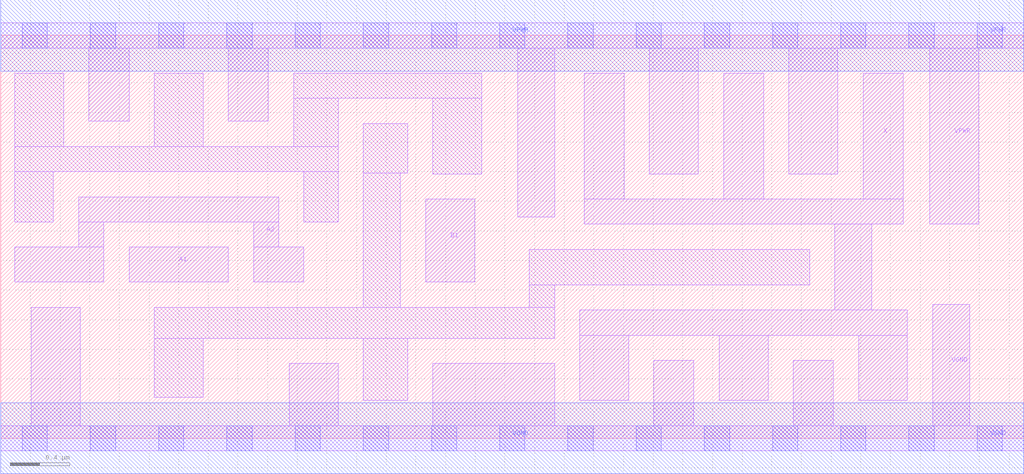
<source format=lef>
# Copyright 2020 The SkyWater PDK Authors
#
# Licensed under the Apache License, Version 2.0 (the "License");
# you may not use this file except in compliance with the License.
# You may obtain a copy of the License at
#
#     https://www.apache.org/licenses/LICENSE-2.0
#
# Unless required by applicable law or agreed to in writing, software
# distributed under the License is distributed on an "AS IS" BASIS,
# WITHOUT WARRANTIES OR CONDITIONS OF ANY KIND, either express or implied.
# See the License for the specific language governing permissions and
# limitations under the License.
#
# SPDX-License-Identifier: Apache-2.0

VERSION 5.7 ;
  NAMESCASESENSITIVE ON ;
  NOWIREEXTENSIONATPIN ON ;
  DIVIDERCHAR "/" ;
  BUSBITCHARS "[]" ;
UNITS
  DATABASE MICRONS 200 ;
END UNITS
PROPERTYDEFINITIONS
  MACRO maskLayoutSubType STRING ;
  MACRO prCellType STRING ;
  MACRO originalViewName STRING ;
END PROPERTYDEFINITIONS
MACRO sky130_fd_sc_hdll__a21o_6
  CLASS CORE ;
  FOREIGN sky130_fd_sc_hdll__a21o_6 ;
  ORIGIN  0.000000  0.000000 ;
  SIZE  6.900000 BY  2.720000 ;
  SYMMETRY X Y R90 ;
  SITE unithd ;
  PIN A1
    ANTENNAGATEAREA  0.555000 ;
    DIRECTION INPUT ;
    USE SIGNAL ;
    PORT
      LAYER li1 ;
        RECT 0.865000 1.055000 1.535000 1.290000 ;
    END
  END A1
  PIN A2
    ANTENNAGATEAREA  0.555000 ;
    DIRECTION INPUT ;
    USE SIGNAL ;
    PORT
      LAYER li1 ;
        RECT 0.095000 1.055000 0.695000 1.290000 ;
        RECT 0.525000 1.290000 0.695000 1.460000 ;
        RECT 0.525000 1.460000 1.875000 1.630000 ;
        RECT 1.705000 1.055000 2.045000 1.290000 ;
        RECT 1.705000 1.290000 1.875000 1.460000 ;
    END
  END A2
  PIN B1
    ANTENNAGATEAREA  0.555000 ;
    DIRECTION INPUT ;
    USE SIGNAL ;
    PORT
      LAYER li1 ;
        RECT 2.865000 1.055000 3.195000 1.615000 ;
    END
  END B1
  PIN VGND
    ANTENNADIFFAREA  1.690000 ;
    DIRECTION INOUT ;
    USE SIGNAL ;
    PORT
      LAYER li1 ;
        RECT 0.000000 -0.085000 6.900000 0.085000 ;
        RECT 0.205000  0.085000 0.535000 0.885000 ;
        RECT 1.945000  0.085000 2.275000 0.505000 ;
        RECT 2.915000  0.085000 3.735000 0.505000 ;
        RECT 4.405000  0.085000 4.675000 0.525000 ;
        RECT 5.345000  0.085000 5.615000 0.525000 ;
        RECT 6.285000  0.085000 6.535000 0.905000 ;
      LAYER mcon ;
        RECT 0.145000 -0.085000 0.315000 0.085000 ;
        RECT 0.605000 -0.085000 0.775000 0.085000 ;
        RECT 1.065000 -0.085000 1.235000 0.085000 ;
        RECT 1.525000 -0.085000 1.695000 0.085000 ;
        RECT 1.985000 -0.085000 2.155000 0.085000 ;
        RECT 2.445000 -0.085000 2.615000 0.085000 ;
        RECT 2.905000 -0.085000 3.075000 0.085000 ;
        RECT 3.365000 -0.085000 3.535000 0.085000 ;
        RECT 3.825000 -0.085000 3.995000 0.085000 ;
        RECT 4.285000 -0.085000 4.455000 0.085000 ;
        RECT 4.745000 -0.085000 4.915000 0.085000 ;
        RECT 5.205000 -0.085000 5.375000 0.085000 ;
        RECT 5.665000 -0.085000 5.835000 0.085000 ;
        RECT 6.125000 -0.085000 6.295000 0.085000 ;
        RECT 6.585000 -0.085000 6.755000 0.085000 ;
      LAYER met1 ;
        RECT 0.000000 -0.240000 6.900000 0.240000 ;
    END
  END VGND
  PIN VPWR
    ANTENNADIFFAREA  1.700000 ;
    DIRECTION INOUT ;
    USE SIGNAL ;
    PORT
      LAYER li1 ;
        RECT 0.000000 2.635000 6.900000 2.805000 ;
        RECT 0.595000 2.140000 0.865000 2.635000 ;
        RECT 1.535000 2.140000 1.805000 2.635000 ;
        RECT 3.485000 1.495000 3.735000 2.635000 ;
        RECT 4.375000 1.785000 4.705000 2.635000 ;
        RECT 5.315000 1.785000 5.645000 2.635000 ;
        RECT 6.265000 1.445000 6.595000 2.635000 ;
      LAYER mcon ;
        RECT 0.145000 2.635000 0.315000 2.805000 ;
        RECT 0.605000 2.635000 0.775000 2.805000 ;
        RECT 1.065000 2.635000 1.235000 2.805000 ;
        RECT 1.525000 2.635000 1.695000 2.805000 ;
        RECT 1.985000 2.635000 2.155000 2.805000 ;
        RECT 2.445000 2.635000 2.615000 2.805000 ;
        RECT 2.905000 2.635000 3.075000 2.805000 ;
        RECT 3.365000 2.635000 3.535000 2.805000 ;
        RECT 3.825000 2.635000 3.995000 2.805000 ;
        RECT 4.285000 2.635000 4.455000 2.805000 ;
        RECT 4.745000 2.635000 4.915000 2.805000 ;
        RECT 5.205000 2.635000 5.375000 2.805000 ;
        RECT 5.665000 2.635000 5.835000 2.805000 ;
        RECT 6.125000 2.635000 6.295000 2.805000 ;
        RECT 6.585000 2.635000 6.755000 2.805000 ;
      LAYER met1 ;
        RECT 0.000000 2.480000 6.900000 2.960000 ;
    END
  END VPWR
  PIN X
    ANTENNADIFFAREA  1.396500 ;
    DIRECTION OUTPUT ;
    USE SIGNAL ;
    PORT
      LAYER li1 ;
        RECT 3.905000 0.255000 4.235000 0.695000 ;
        RECT 3.905000 0.695000 6.115000 0.865000 ;
        RECT 3.935000 1.445000 6.085000 1.615000 ;
        RECT 3.935000 1.615000 4.205000 2.465000 ;
        RECT 4.845000 0.255000 5.175000 0.695000 ;
        RECT 4.875000 1.615000 5.145000 2.465000 ;
        RECT 5.625000 0.865000 5.875000 1.445000 ;
        RECT 5.785000 0.255000 6.115000 0.695000 ;
        RECT 5.815000 1.615000 6.085000 2.465000 ;
    END
  END X
  OBS
    LAYER li1 ;
      RECT 0.095000 1.460000 0.355000 1.800000 ;
      RECT 0.095000 1.800000 2.275000 1.970000 ;
      RECT 0.095000 1.970000 0.425000 2.465000 ;
      RECT 1.035000 0.275000 1.365000 0.675000 ;
      RECT 1.035000 0.675000 3.735000 0.885000 ;
      RECT 1.035000 1.970000 1.365000 2.465000 ;
      RECT 1.975000 1.970000 2.275000 2.295000 ;
      RECT 1.975000 2.295000 3.245000 2.465000 ;
      RECT 2.045000 1.460000 2.275000 1.800000 ;
      RECT 2.445000 0.255000 2.745000 0.675000 ;
      RECT 2.445000 0.885000 2.695000 1.790000 ;
      RECT 2.445000 1.790000 2.745000 2.125000 ;
      RECT 2.915000 1.785000 3.245000 2.295000 ;
      RECT 3.565000 0.885000 3.735000 1.035000 ;
      RECT 3.565000 1.035000 5.455000 1.275000 ;
  END
  PROPERTY maskLayoutSubType "abstract" ;
  PROPERTY prCellType "standard" ;
  PROPERTY originalViewName "layout" ;
END sky130_fd_sc_hdll__a21o_6

</source>
